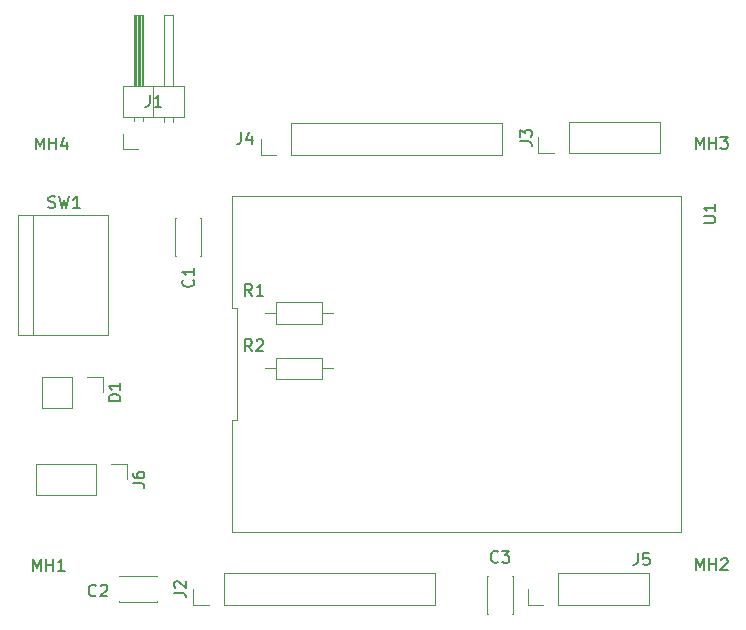
<source format=gbr>
%TF.GenerationSoftware,KiCad,Pcbnew,(5.1.10)-1*%
%TF.CreationDate,2021-09-09T10:08:14-05:00*%
%TF.ProjectId,ControlMotores,436f6e74-726f-46c4-9d6f-746f7265732e,rev?*%
%TF.SameCoordinates,PX6bac358PY737c164*%
%TF.FileFunction,Legend,Top*%
%TF.FilePolarity,Positive*%
%FSLAX46Y46*%
G04 Gerber Fmt 4.6, Leading zero omitted, Abs format (unit mm)*
G04 Created by KiCad (PCBNEW (5.1.10)-1) date 2021-09-09 10:08:14*
%MOMM*%
%LPD*%
G01*
G04 APERTURE LIST*
%ADD10C,0.120000*%
%ADD11C,0.150000*%
G04 APERTURE END LIST*
D10*
%TO.C,C3*%
X42457000Y6235500D02*
X42522000Y6235500D01*
X40282000Y6235500D02*
X40347000Y6235500D01*
X42457000Y2995500D02*
X42522000Y2995500D01*
X40282000Y2995500D02*
X40347000Y2995500D01*
X42522000Y2995500D02*
X42522000Y6235500D01*
X40282000Y2995500D02*
X40282000Y6235500D01*
%TO.C,C2*%
X12395000Y4088500D02*
X12395000Y4023500D01*
X12395000Y6263500D02*
X12395000Y6198500D01*
X9155000Y4088500D02*
X9155000Y4023500D01*
X9155000Y6263500D02*
X9155000Y6198500D01*
X9155000Y4023500D02*
X12395000Y4023500D01*
X9155000Y6263500D02*
X12395000Y6263500D01*
%TO.C,C1*%
X16041000Y36588500D02*
X16106000Y36588500D01*
X13866000Y36588500D02*
X13931000Y36588500D01*
X16041000Y33348500D02*
X16106000Y33348500D01*
X13866000Y33348500D02*
X13931000Y33348500D01*
X16106000Y33348500D02*
X16106000Y36588500D01*
X13866000Y33348500D02*
X13866000Y36588500D01*
%TO.C,U1*%
X18739000Y19460167D02*
X18739000Y9993501D01*
X19099000Y19460167D02*
X18739000Y19460167D01*
X19099000Y28926833D02*
X19099000Y19460167D01*
X18739000Y28926833D02*
X19099000Y28926833D01*
X18739000Y38393500D02*
X18739000Y28926833D01*
X56699000Y38393499D02*
X18739000Y38393500D01*
X56699000Y9993500D02*
X56699000Y38393499D01*
X18739000Y9993501D02*
X56699000Y9993500D01*
%TO.C,SW1*%
X1905000Y26670000D02*
X1905000Y36830000D01*
X635000Y26670000D02*
X8255000Y26670000D01*
X8255000Y26670000D02*
X8255000Y36830000D01*
X8255000Y36830000D02*
X635000Y36830000D01*
X635000Y36830000D02*
X635000Y26670000D01*
%TO.C,R2*%
X22464000Y24732500D02*
X22464000Y22892500D01*
X22464000Y22892500D02*
X26304000Y22892500D01*
X26304000Y22892500D02*
X26304000Y24732500D01*
X26304000Y24732500D02*
X22464000Y24732500D01*
X21514000Y23812500D02*
X22464000Y23812500D01*
X27254000Y23812500D02*
X26304000Y23812500D01*
%TO.C,R1*%
X22464000Y29431500D02*
X22464000Y27591500D01*
X22464000Y27591500D02*
X26304000Y27591500D01*
X26304000Y27591500D02*
X26304000Y29431500D01*
X26304000Y29431500D02*
X22464000Y29431500D01*
X21514000Y28511500D02*
X22464000Y28511500D01*
X27254000Y28511500D02*
X26304000Y28511500D01*
%TO.C,J6*%
X2099000Y15744500D02*
X2099000Y13084500D01*
X7239000Y15744500D02*
X2099000Y15744500D01*
X7239000Y13084500D02*
X2099000Y13084500D01*
X7239000Y15744500D02*
X7239000Y13084500D01*
X8509000Y15744500D02*
X9839000Y15744500D01*
X9839000Y15744500D02*
X9839000Y14414500D01*
%TO.C,J5*%
X54035000Y3813500D02*
X54035000Y6473500D01*
X46355000Y3813500D02*
X54035000Y3813500D01*
X46355000Y6473500D02*
X54035000Y6473500D01*
X46355000Y3813500D02*
X46355000Y6473500D01*
X45085000Y3813500D02*
X43755000Y3813500D01*
X43755000Y3813500D02*
X43755000Y5143500D01*
%TO.C,J4*%
X41589000Y41913500D02*
X41589000Y44573500D01*
X23749000Y41913500D02*
X41589000Y41913500D01*
X23749000Y44573500D02*
X41589000Y44573500D01*
X23749000Y41913500D02*
X23749000Y44573500D01*
X22479000Y41913500D02*
X21149000Y41913500D01*
X21149000Y41913500D02*
X21149000Y43243500D01*
%TO.C,J3*%
X54924000Y42040500D02*
X54924000Y44700500D01*
X47244000Y42040500D02*
X54924000Y42040500D01*
X47244000Y44700500D02*
X54924000Y44700500D01*
X47244000Y42040500D02*
X47244000Y44700500D01*
X45974000Y42040500D02*
X44644000Y42040500D01*
X44644000Y42040500D02*
X44644000Y43370500D01*
%TO.C,J2*%
X35874000Y3813500D02*
X35874000Y6473500D01*
X18034000Y3813500D02*
X35874000Y3813500D01*
X18034000Y6473500D02*
X35874000Y6473500D01*
X18034000Y3813500D02*
X18034000Y6473500D01*
X16764000Y3813500D02*
X15434000Y3813500D01*
X15434000Y3813500D02*
X15434000Y5143500D01*
%TO.C,J1*%
X9465000Y45064500D02*
X14665000Y45064500D01*
X14665000Y45064500D02*
X14665000Y47724500D01*
X14665000Y47724500D02*
X9465000Y47724500D01*
X9465000Y47724500D02*
X9465000Y45064500D01*
X10415000Y47724500D02*
X10415000Y53724500D01*
X10415000Y53724500D02*
X11175000Y53724500D01*
X11175000Y53724500D02*
X11175000Y47724500D01*
X10475000Y47724500D02*
X10475000Y53724500D01*
X10595000Y47724500D02*
X10595000Y53724500D01*
X10715000Y47724500D02*
X10715000Y53724500D01*
X10835000Y47724500D02*
X10835000Y53724500D01*
X10955000Y47724500D02*
X10955000Y53724500D01*
X11075000Y47724500D02*
X11075000Y53724500D01*
X10415000Y44734500D02*
X10415000Y45064500D01*
X11175000Y44734500D02*
X11175000Y45064500D01*
X12065000Y45064500D02*
X12065000Y47724500D01*
X12955000Y47724500D02*
X12955000Y53724500D01*
X12955000Y53724500D02*
X13715000Y53724500D01*
X13715000Y53724500D02*
X13715000Y47724500D01*
X12955000Y44667429D02*
X12955000Y45064500D01*
X13715000Y44667429D02*
X13715000Y45064500D01*
X10795000Y42354500D02*
X9525000Y42354500D01*
X9525000Y42354500D02*
X9525000Y43624500D01*
%TO.C,D1*%
X2607000Y23110500D02*
X2607000Y20450500D01*
X5207000Y23110500D02*
X2607000Y23110500D01*
X5207000Y20450500D02*
X2607000Y20450500D01*
X5207000Y23110500D02*
X5207000Y20450500D01*
X6477000Y23110500D02*
X7807000Y23110500D01*
X7807000Y23110500D02*
X7807000Y21780500D01*
%TO.C,C3*%
D11*
X41235333Y7453358D02*
X41187714Y7405739D01*
X41044857Y7358120D01*
X40949619Y7358120D01*
X40806761Y7405739D01*
X40711523Y7500977D01*
X40663904Y7596215D01*
X40616285Y7786691D01*
X40616285Y7929548D01*
X40663904Y8120024D01*
X40711523Y8215262D01*
X40806761Y8310500D01*
X40949619Y8358120D01*
X41044857Y8358120D01*
X41187714Y8310500D01*
X41235333Y8262881D01*
X41568666Y8358120D02*
X42187714Y8358120D01*
X41854380Y7977167D01*
X41997238Y7977167D01*
X42092476Y7929548D01*
X42140095Y7881929D01*
X42187714Y7786691D01*
X42187714Y7548596D01*
X42140095Y7453358D01*
X42092476Y7405739D01*
X41997238Y7358120D01*
X41711523Y7358120D01*
X41616285Y7405739D01*
X41568666Y7453358D01*
%TO.C,C2*%
X7199333Y4595858D02*
X7151714Y4548239D01*
X7008857Y4500620D01*
X6913619Y4500620D01*
X6770761Y4548239D01*
X6675523Y4643477D01*
X6627904Y4738715D01*
X6580285Y4929191D01*
X6580285Y5072048D01*
X6627904Y5262524D01*
X6675523Y5357762D01*
X6770761Y5453000D01*
X6913619Y5500620D01*
X7008857Y5500620D01*
X7151714Y5453000D01*
X7199333Y5405381D01*
X7580285Y5405381D02*
X7627904Y5453000D01*
X7723142Y5500620D01*
X7961238Y5500620D01*
X8056476Y5453000D01*
X8104095Y5405381D01*
X8151714Y5310143D01*
X8151714Y5214905D01*
X8104095Y5072048D01*
X7532666Y4500620D01*
X8151714Y4500620D01*
%TO.C,C1*%
X15406642Y31329334D02*
X15454261Y31281715D01*
X15501880Y31138858D01*
X15501880Y31043620D01*
X15454261Y30900762D01*
X15359023Y30805524D01*
X15263785Y30757905D01*
X15073309Y30710286D01*
X14930452Y30710286D01*
X14739976Y30757905D01*
X14644738Y30805524D01*
X14549500Y30900762D01*
X14501880Y31043620D01*
X14501880Y31138858D01*
X14549500Y31281715D01*
X14597119Y31329334D01*
X15501880Y32281715D02*
X15501880Y31710286D01*
X15501880Y31996000D02*
X14501880Y31996000D01*
X14644738Y31900762D01*
X14739976Y31805524D01*
X14787595Y31710286D01*
%TO.C,MH3*%
X57975666Y42410120D02*
X57975666Y43410120D01*
X58309000Y42695834D01*
X58642333Y43410120D01*
X58642333Y42410120D01*
X59118523Y42410120D02*
X59118523Y43410120D01*
X59118523Y42933929D02*
X59689952Y42933929D01*
X59689952Y42410120D02*
X59689952Y43410120D01*
X60070904Y43410120D02*
X60689952Y43410120D01*
X60356619Y43029167D01*
X60499476Y43029167D01*
X60594714Y42981548D01*
X60642333Y42933929D01*
X60689952Y42838691D01*
X60689952Y42600596D01*
X60642333Y42505358D01*
X60594714Y42457739D01*
X60499476Y42410120D01*
X60213761Y42410120D01*
X60118523Y42457739D01*
X60070904Y42505358D01*
%TO.C,MH4*%
X2095666Y42346620D02*
X2095666Y43346620D01*
X2429000Y42632334D01*
X2762333Y43346620D01*
X2762333Y42346620D01*
X3238523Y42346620D02*
X3238523Y43346620D01*
X3238523Y42870429D02*
X3809952Y42870429D01*
X3809952Y42346620D02*
X3809952Y43346620D01*
X4714714Y43013286D02*
X4714714Y42346620D01*
X4476619Y43394239D02*
X4238523Y42679953D01*
X4857571Y42679953D01*
%TO.C,MH2*%
X57975666Y6723120D02*
X57975666Y7723120D01*
X58309000Y7008834D01*
X58642333Y7723120D01*
X58642333Y6723120D01*
X59118523Y6723120D02*
X59118523Y7723120D01*
X59118523Y7246929D02*
X59689952Y7246929D01*
X59689952Y6723120D02*
X59689952Y7723120D01*
X60118523Y7627881D02*
X60166142Y7675500D01*
X60261380Y7723120D01*
X60499476Y7723120D01*
X60594714Y7675500D01*
X60642333Y7627881D01*
X60689952Y7532643D01*
X60689952Y7437405D01*
X60642333Y7294548D01*
X60070904Y6723120D01*
X60689952Y6723120D01*
%TO.C,MH1*%
X1841666Y6667120D02*
X1841666Y7667120D01*
X2175000Y6952834D01*
X2508333Y7667120D01*
X2508333Y6667120D01*
X2984523Y6667120D02*
X2984523Y7667120D01*
X2984523Y7190929D02*
X3555952Y7190929D01*
X3555952Y6667120D02*
X3555952Y7667120D01*
X4555952Y6667120D02*
X3984523Y6667120D01*
X4270238Y6667120D02*
X4270238Y7667120D01*
X4175000Y7524262D01*
X4079761Y7429024D01*
X3984523Y7381405D01*
%TO.C,U1*%
X58634380Y36131596D02*
X59443904Y36131596D01*
X59539142Y36179215D01*
X59586761Y36226834D01*
X59634380Y36322072D01*
X59634380Y36512548D01*
X59586761Y36607786D01*
X59539142Y36655405D01*
X59443904Y36703024D01*
X58634380Y36703024D01*
X59634380Y37703024D02*
X59634380Y37131596D01*
X59634380Y37417310D02*
X58634380Y37417310D01*
X58777238Y37322072D01*
X58872476Y37226834D01*
X58920095Y37131596D01*
%TO.C,SW1*%
X3175166Y37441239D02*
X3318023Y37393620D01*
X3556119Y37393620D01*
X3651357Y37441239D01*
X3698976Y37488858D01*
X3746595Y37584096D01*
X3746595Y37679334D01*
X3698976Y37774572D01*
X3651357Y37822191D01*
X3556119Y37869810D01*
X3365642Y37917429D01*
X3270404Y37965048D01*
X3222785Y38012667D01*
X3175166Y38107905D01*
X3175166Y38203143D01*
X3222785Y38298381D01*
X3270404Y38346000D01*
X3365642Y38393620D01*
X3603738Y38393620D01*
X3746595Y38346000D01*
X4079928Y38393620D02*
X4318023Y37393620D01*
X4508500Y38107905D01*
X4698976Y37393620D01*
X4937071Y38393620D01*
X5841833Y37393620D02*
X5270404Y37393620D01*
X5556119Y37393620D02*
X5556119Y38393620D01*
X5460880Y38250762D01*
X5365642Y38155524D01*
X5270404Y38107905D01*
%TO.C,R2*%
X20407333Y25265120D02*
X20074000Y25741310D01*
X19835904Y25265120D02*
X19835904Y26265120D01*
X20216857Y26265120D01*
X20312095Y26217500D01*
X20359714Y26169881D01*
X20407333Y26074643D01*
X20407333Y25931786D01*
X20359714Y25836548D01*
X20312095Y25788929D01*
X20216857Y25741310D01*
X19835904Y25741310D01*
X20788285Y26169881D02*
X20835904Y26217500D01*
X20931142Y26265120D01*
X21169238Y26265120D01*
X21264476Y26217500D01*
X21312095Y26169881D01*
X21359714Y26074643D01*
X21359714Y25979405D01*
X21312095Y25836548D01*
X20740666Y25265120D01*
X21359714Y25265120D01*
%TO.C,R1*%
X20407333Y29964120D02*
X20074000Y30440310D01*
X19835904Y29964120D02*
X19835904Y30964120D01*
X20216857Y30964120D01*
X20312095Y30916500D01*
X20359714Y30868881D01*
X20407333Y30773643D01*
X20407333Y30630786D01*
X20359714Y30535548D01*
X20312095Y30487929D01*
X20216857Y30440310D01*
X19835904Y30440310D01*
X21359714Y29964120D02*
X20788285Y29964120D01*
X21074000Y29964120D02*
X21074000Y30964120D01*
X20978761Y30821262D01*
X20883523Y30726024D01*
X20788285Y30678405D01*
%TO.C,J6*%
X10291380Y14081167D02*
X11005666Y14081167D01*
X11148523Y14033548D01*
X11243761Y13938310D01*
X11291380Y13795453D01*
X11291380Y13700215D01*
X10291380Y14985929D02*
X10291380Y14795453D01*
X10339000Y14700215D01*
X10386619Y14652596D01*
X10529476Y14557358D01*
X10719952Y14509739D01*
X11100904Y14509739D01*
X11196142Y14557358D01*
X11243761Y14604977D01*
X11291380Y14700215D01*
X11291380Y14890691D01*
X11243761Y14985929D01*
X11196142Y15033548D01*
X11100904Y15081167D01*
X10862809Y15081167D01*
X10767571Y15033548D01*
X10719952Y14985929D01*
X10672333Y14890691D01*
X10672333Y14700215D01*
X10719952Y14604977D01*
X10767571Y14557358D01*
X10862809Y14509739D01*
%TO.C,J5*%
X53070166Y8167620D02*
X53070166Y7453334D01*
X53022547Y7310477D01*
X52927309Y7215239D01*
X52784452Y7167620D01*
X52689214Y7167620D01*
X54022547Y8167620D02*
X53546357Y8167620D01*
X53498738Y7691429D01*
X53546357Y7739048D01*
X53641595Y7786667D01*
X53879690Y7786667D01*
X53974928Y7739048D01*
X54022547Y7691429D01*
X54070166Y7596191D01*
X54070166Y7358096D01*
X54022547Y7262858D01*
X53974928Y7215239D01*
X53879690Y7167620D01*
X53641595Y7167620D01*
X53546357Y7215239D01*
X53498738Y7262858D01*
%TO.C,J4*%
X19478666Y43791120D02*
X19478666Y43076834D01*
X19431047Y42933977D01*
X19335809Y42838739D01*
X19192952Y42791120D01*
X19097714Y42791120D01*
X20383428Y43457786D02*
X20383428Y42791120D01*
X20145333Y43838739D02*
X19907238Y43124453D01*
X20526285Y43124453D01*
%TO.C,J3*%
X43096380Y43037167D02*
X43810666Y43037167D01*
X43953523Y42989548D01*
X44048761Y42894310D01*
X44096380Y42751453D01*
X44096380Y42656215D01*
X43096380Y43418120D02*
X43096380Y44037167D01*
X43477333Y43703834D01*
X43477333Y43846691D01*
X43524952Y43941929D01*
X43572571Y43989548D01*
X43667809Y44037167D01*
X43905904Y44037167D01*
X44001142Y43989548D01*
X44048761Y43941929D01*
X44096380Y43846691D01*
X44096380Y43560977D01*
X44048761Y43465739D01*
X44001142Y43418120D01*
%TO.C,J2*%
X13803380Y4810167D02*
X14517666Y4810167D01*
X14660523Y4762548D01*
X14755761Y4667310D01*
X14803380Y4524453D01*
X14803380Y4429215D01*
X13898619Y5238739D02*
X13851000Y5286358D01*
X13803380Y5381596D01*
X13803380Y5619691D01*
X13851000Y5714929D01*
X13898619Y5762548D01*
X13993857Y5810167D01*
X14089095Y5810167D01*
X14231952Y5762548D01*
X14803380Y5191120D01*
X14803380Y5810167D01*
%TO.C,J1*%
X11731666Y46966120D02*
X11731666Y46251834D01*
X11684047Y46108977D01*
X11588809Y46013739D01*
X11445952Y45966120D01*
X11350714Y45966120D01*
X12731666Y45966120D02*
X12160238Y45966120D01*
X12445952Y45966120D02*
X12445952Y46966120D01*
X12350714Y46823262D01*
X12255476Y46728024D01*
X12160238Y46680405D01*
%TO.C,D1*%
X9259380Y21042405D02*
X8259380Y21042405D01*
X8259380Y21280500D01*
X8307000Y21423358D01*
X8402238Y21518596D01*
X8497476Y21566215D01*
X8687952Y21613834D01*
X8830809Y21613834D01*
X9021285Y21566215D01*
X9116523Y21518596D01*
X9211761Y21423358D01*
X9259380Y21280500D01*
X9259380Y21042405D01*
X9259380Y22566215D02*
X9259380Y21994786D01*
X9259380Y22280500D02*
X8259380Y22280500D01*
X8402238Y22185262D01*
X8497476Y22090024D01*
X8545095Y21994786D01*
%TD*%
M02*

</source>
